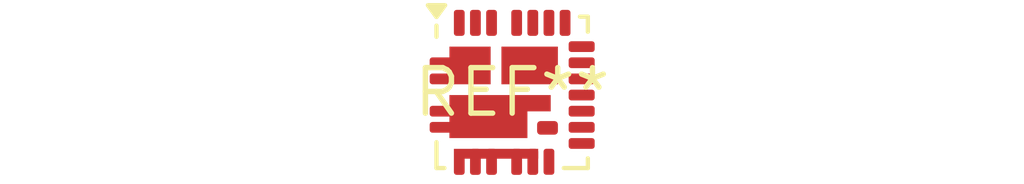
<source format=kicad_pcb>
(kicad_pcb (version 20240108) (generator pcbnew)
  (layers (0 "F.Cu" signal) (31 "B.Cu" signal) (34 "B.Paste" user) (35 "F.Paste" user) (36 "B.SilkS" user "B.Silkscreen") (37 "F.SilkS" user "F.Silkscreen") (38 "B.Mask" user) (39 "F.Mask" user) (44 "Edge.Cuts" user))
  (net 0 "")
  (footprint "Vishay_PowerPAK_MLP44-24L" (layer "F.Cu") (at 0 0)
    (property "Reference" "REF**")
    (property "Value" "Vishay_PowerPAK_MLP44-24L")
    (fp_line (start -2.11 -1.55) (end -2.11 -1.86) (layer "F.SilkS") (stroke (width 0.12)))
    (fp_line (start -2.11 2.11) (end -2.11 1.39) (layer "F.SilkS") (stroke (width 0.12)))
    (fp_line (start -1.89 2.11) (end -2.11 2.11) (layer "F.SilkS") (stroke (width 0.12)))
    (fp_line (start 1.44 2.11) (end 2.11 2.11) (layer "F.SilkS") (stroke (width 0.12)))
    (fp_line (start 1.89 -2.11) (end 2.11 -2.11) (layer "F.SilkS") (stroke (width 0.12)))
    (fp_line (start 2.11 -2.11) (end 2.11 -1.69) (layer "F.SilkS") (stroke (width 0.12)))
    (fp_line (start 2.11 2.11) (end 2.11 1.84) (layer "F.SilkS") (stroke (width 0.12)))
    (fp_poly (pts (xy -2.11 -2.1) (xy -2.35 -2.43) (xy -1.87 -2.43) (xy -2.11 -2.1)) (layer "F.SilkS") (stroke (width 0.12)) (fill solid))
    (pad "1" smd roundrect (at -1.9375 -0.825 90) (size 0.3 0.725) (layers "F.Cu" "F.Paste" "F.Mask"))
    (pad "2" smd roundrect (at -1.9375 -0.375 90) (size 0.3 0.725) (layers "F.Cu" "F.Paste" "F.Mask"))
    (pad "3" smd roundrect (at -1.9375 0.525 90) (size 0.3 0.725) (layers "F.Cu" "F.Paste" "F.Mask"))
    (pad "4" smd roundrect (at -1.9375 0.975 90) (size 0.3 0.725) (layers "F.Cu" "F.Paste" "F.Mask"))
    (pad "5" smd custom (at -1.475 1.9375) (size 0.3 0.725) (layers "F.Cu" "F.Paste" "F.Mask") (options (clearance outline) (anchor circle)) (primitives (gr_poly (pts (xy -0.15 -0.2875) (xy -0.144291 -0.316201) (xy -0.128033 -0.340533) (xy -0.103701 -0.356791) (xy -0.075 -0.3625) (xy 0.075 -0.3625) (xy 0.103701 -0.356791) (xy 0.128033 -0.340533) (xy 0.144291 -0.316201) (xy 0.15 -0.2875) (xy 0.15 0.2875) (xy 0.144291 0.316201) (xy 0.128033 0.340533) (xy 0.103701 0.356791) (xy 0.075 0.3625) (xy -0.075 0.3625) (xy -0.103701 0.356791) (xy -0.128033 0.340533) (xy -0.144291 0.316201) (xy -0.15 0.2875)) (width 0) (fill yes)) (gr_poly (pts (xy -0.15 -0.3625) (xy 2.2 -0.3625) (xy 2.2 -0.0875) (xy -0.15 -0.0875)) (width 0) (fill yes))))
    (pad "6" smd roundrect (at -1.025 1.9375) (size 0.3 0.725) (layers "F.Cu" "F.Paste" "F.Mask"))
    (pad "7" smd roundrect (at -0.575 1.9375) (size 0.3 0.725) (layers "F.Cu" "F.Paste" "F.Mask"))
    (pad "8" smd roundrect (at 0.125 1.9375) (size 0.3 0.725) (layers "F.Cu" "F.Paste" "F.Mask"))
    (pad "9" smd roundrect (at 0.575 1.9375) (size 0.3 0.725) (layers "F.Cu" "F.Paste" "F.Mask"))
    (pad "10" smd roundrect (at 1.025 1.935) (size 0.3 0.725) (layers "F.Cu" "F.Paste" "F.Mask"))
    (pad "11" smd roundrect (at 1.9375 1.425 90) (size 0.3 0.725) (layers "F.Cu" "F.Paste" "F.Mask"))
    (pad "12" smd roundrect (at 1.9375 0.975 90) (size 0.3 0.725) (layers "F.Cu" "F.Paste" "F.Mask"))
    (pad "13" smd roundrect (at 1.9375 0.525 90) (size 0.3 0.725) (layers "F.Cu" "F.Paste" "F.Mask"))
    (pad "14" smd roundrect (at 1.9375 0.075 90) (size 0.3 0.725) (layers "F.Cu" "F.Paste" "F.Mask"))
    (pad "15" smd roundrect (at 1.9375 -0.375 90) (size 0.3 0.725) (layers "F.Cu" "F.Paste" "F.Mask"))
    (pad "16" smd roundrect (at 1.9375 -0.825 90) (size 0.3 0.725) (layers "F.Cu" "F.Paste" "F.Mask"))
    (pad "17" smd roundrect (at 1.9375 -1.275 90) (size 0.3 0.725) (layers "F.Cu" "F.Paste" "F.Mask"))
    (pad "18" smd roundrect (at 1.475 -1.9375) (size 0.3 0.725) (layers "F.Cu" "F.Paste" "F.Mask"))
    (pad "19" smd roundrect (at 1.025 -1.9375) (size 0.3 0.725) (layers "F.Cu" "F.Paste" "F.Mask"))
    (pad "20" smd roundrect (at 0.575 -1.9375) (size 0.3 0.725) (layers "F.Cu" "F.Paste" "F.Mask"))
    (pad "21" smd roundrect (at 0.125 -1.9375) (size 0.3 0.725) (layers "F.Cu" "F.Paste" "F.Mask"))
    (pad "22" smd roundrect (at -0.575 -1.9375) (size 0.3 0.725) (layers "F.Cu" "F.Paste" "F.Mask"))
    (pad "23" smd roundrect (at -1.025 -1.9375) (size 0.3 0.725) (layers "F.Cu" "F.Paste" "F.Mask"))
    (pad "24" smd roundrect (at -1.475 -1.9375) (size 0.3 0.725) (layers "F.Cu" "F.Paste" "F.Mask"))
    (pad "25" smd rect (at 0.4875 -0.75 180) (size 1.575 1.05) (layers "F.Cu" "F.Paste" "F.Mask"))
    (pad "26" smd rect (at -1.175 -0.75 180) (size 1.15 1.05) (layers "F.Cu" "F.Paste" "F.Mask"))
    (pad "27" smd custom (at -0.75 0.775) (size 1 1) (layers "F.Cu" "F.Paste" "F.Mask") (options (clearance outline) (anchor rect)) (primitives (gr_poly (pts (xy -1 0.5) (xy -1 -0.7) (xy 1.825 -0.7) (xy 1.825 -0.245) (xy 1.175 -0.245) (xy 1.175 0.5)) (width 0) (fill yes))))
    (pad "28" smd roundrect (at 0.985 0.99 180) (size 0.58 0.38) (layers "F.Cu" "F.Paste" "F.Mask"))
  )
)
</source>
